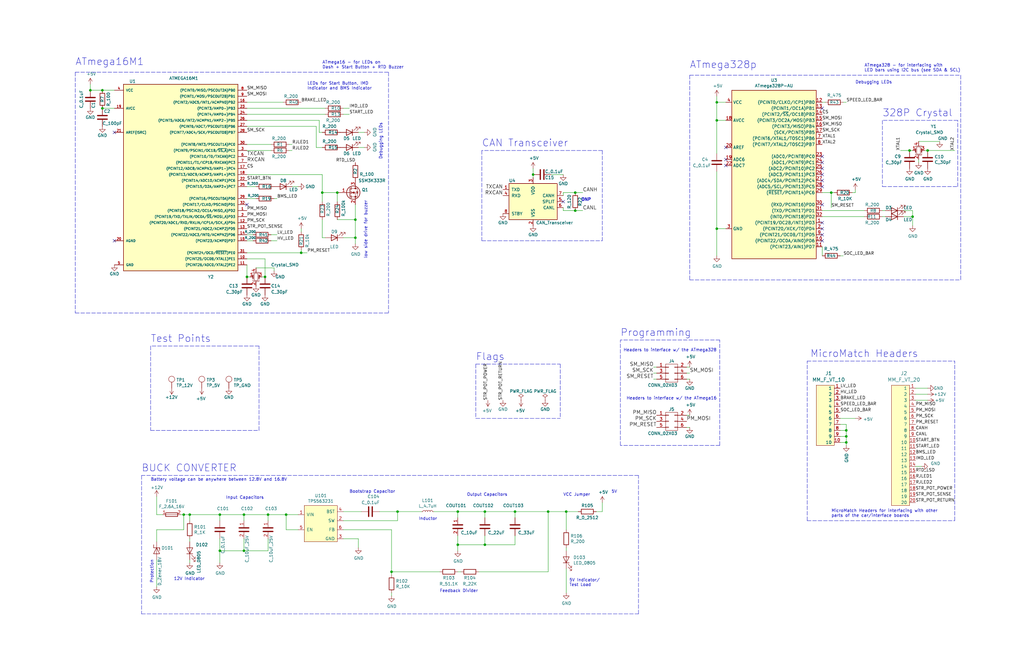
<source format=kicad_sch>
(kicad_sch (version 20211123) (generator eeschema)
  (paper "B")
  (title_block (title "Driver UX - MKV") (date "2019-10-31") (rev "1") (company "Olin Electric Motorsports") (comment 1 "Emily Wan"))
  (junction (at 238.76 215.9))
  (junction (at 102.87 217.17))
  (junction (at 356.87 184.15))
  (junction (at 142.24 81.28))
  (junction (at 92.71 232.41))
  (junction (at 80.01 217.17))
  (junction (at 356.87 181.61))
  (junction (at 120.65 217.17))
  (junction (at 231.14 215.9))
  (junction (at 302.26 43.18))
  (junction (at 149.86 92.71))
  (junction (at 113.03 217.17))
  (junction (at 43.18 38.1))
  (junction (at 242.57 88.9))
  (junction (at 165.1 241.3))
  (junction (at 193.04 229.87))
  (junction (at 77.47 217.17))
  (junction (at 217.17 215.9))
  (junction (at 204.47 229.87))
  (junction (at 302.26 96.52))
  (junction (at 43.18 45.72))
  (junction (at 38.1 38.1))
  (junction (at 242.57 81.28))
  (junction (at 135.89 81.28))
  (junction (at 384.81 91.44))
  (junction (at 383.54 63.5))
  (junction (at 302.26 50.8))
  (junction (at 167.64 215.9))
  (junction (at 391.16 63.5))
  (junction (at 92.71 217.17))
  (junction (at 111.76 116.84))
  (junction (at 149.86 100.33))
  (junction (at 356.87 186.69))
  (junction (at 102.87 232.41))
  (junction (at 193.04 215.9))
  (junction (at 204.47 215.9))
  (junction (at 127 106.68))
  (junction (at 350.52 81.28))
  (junction (at 224.79 73.66))
  (junction (at 104.14 116.84))
  (no_connect (at 346.71 73.66))
  (no_connect (at 346.71 76.2))
  (no_connect (at -21.59 44.45))
  (no_connect (at 346.71 71.12))
  (no_connect (at 306.07 69.85))
  (no_connect (at 346.71 96.52))
  (no_connect (at 306.07 62.23))
  (no_connect (at 346.71 45.72))
  (no_connect (at 346.71 78.74))
  (no_connect (at 346.71 101.6))
  (no_connect (at 346.71 66.04))
  (no_connect (at 135.89 -3.81))
  (no_connect (at 346.71 86.36))
  (no_connect (at 346.71 68.58))
  (no_connect (at 48.26 101.6))
  (no_connect (at 237.49 85.09))
  (no_connect (at 346.71 99.06))
  (no_connect (at 48.26 55.88))
  (no_connect (at 306.07 67.31))
  (no_connect (at 104.14 86.36))
  (no_connect (at 346.71 93.98))
  (polyline (pts (xy 200.66 153.67) (xy 236.22 153.67)))
  (polyline (pts (xy 163.83 30.48) (xy 163.83 132.08)))
  (wire (pts (xy 104.14 45.72) (xy 137.16 45.72)))
  (wire (pts (xy 66.04 217.17) (xy 68.58 217.17)))
  (polyline (pts (xy 109.22 146.05) (xy 63.5 146.05)))
  (wire (pts (xy 351.79 81.28) (xy 350.52 81.28)))
  (wire (pts (xy 142.24 92.71) (xy 149.86 92.71)))
  (wire (pts (xy 127 106.68) (xy 129.54 106.68)))
  (wire (pts (xy 204.47 215.9) (xy 217.17 215.9)))
  (wire (pts (xy 144.78 100.33) (xy 149.86 100.33)))
  (wire (pts (xy 289.56 180.34) (xy 290.83 180.34)))
  (wire (pts (xy 356.87 181.61) (xy 356.87 184.15)))
  (wire (pts (xy 92.71 217.17) (xy 102.87 217.17)))
  (wire (pts (xy 104.14 73.66) (xy 135.89 73.66)))
  (wire (pts (xy 276.86 160.02) (xy 275.59 160.02)))
  (wire (pts (xy 237.49 88.9) (xy 237.49 87.63)))
  (wire (pts (xy 302.26 50.8) (xy 302.26 64.77)))
  (wire (pts (xy 232.41 73.66) (xy 237.49 73.66)))
  (wire (pts (xy 381 91.44) (xy 384.81 91.44)))
  (wire (pts (xy 92.71 232.41) (xy 102.87 232.41)))
  (wire (pts (xy 107.95 113.03) (xy 115.57 113.03)))
  (wire (pts (xy 217.17 229.87) (xy 217.17 226.06)))
  (wire (pts (xy 356.87 186.69) (xy 354.33 186.69)))
  (wire (pts (xy 165.1 241.3) (xy 185.42 241.3)))
  (wire (pts (xy 360.68 81.28) (xy 360.68 80.01)))
  (wire (pts (xy 120.65 217.17) (xy 125.73 217.17)))
  (wire (pts (xy 102.87 217.17) (xy 113.03 217.17)))
  (polyline (pts (xy 269.24 200.66) (xy 59.69 200.66)))
  (wire (pts (xy 104.14 111.76) (xy 104.14 116.84)))
  (polyline (pts (xy 303.53 187.96) (xy 303.53 143.51)))
  (wire (pts (xy 391.16 63.5) (xy 402.59 63.5)))
  (wire (pts (xy 354.33 107.95) (xy 355.6 107.95)))
  (wire (pts (xy 142.24 85.09) (xy 142.24 81.28)))
  (wire (pts (xy 134.62 55.88) (xy 135.89 55.88)))
  (wire (pts (xy 120.65 223.52) (xy 120.65 217.17)))
  (polyline (pts (xy 405.13 31.75) (xy 405.13 118.11)))
  (wire (pts (xy 133.35 62.23) (xy 135.89 62.23)))
  (wire (pts (xy 276.86 157.48) (xy 275.59 157.48)))
  (wire (pts (xy 115.57 83.82) (xy 116.84 83.82)))
  (wire (pts (xy 182.88 215.9) (xy 193.04 215.9)))
  (wire (pts (xy 354.33 176.53) (xy 360.68 176.53)))
  (wire (pts (xy 254 215.9) (xy 254 212.09)))
  (polyline (pts (xy 203.2 63.5) (xy 203.2 101.6)))
  (wire (pts (xy 290.83 154.94) (xy 289.56 154.94)))
  (wire (pts (xy 135.89 81.28) (xy 142.24 81.28)))
  (wire (pts (xy 66.04 209.55) (xy 66.04 217.17)))
  (wire (pts (xy 356.87 179.07) (xy 356.87 181.61)))
  (polyline (pts (xy 402.59 219.71) (xy 402.59 152.4)))
  (polyline (pts (xy 63.5 146.05) (xy 63.5 181.61)))
  (polyline (pts (xy 372.11 50.8) (xy 372.11 78.74)))
  (wire (pts (xy 104.14 109.22) (xy 111.76 109.22)))
  (wire (pts (xy 356.87 184.15) (xy 356.87 186.69)))
  (wire (pts (xy 149.86 100.33) (xy 149.86 102.87)))
  (polyline (pts (xy 200.66 153.67) (xy 200.66 176.53)))
  (wire (pts (xy 134.62 50.8) (xy 134.62 55.88)))
  (wire (pts (xy 102.87 232.41) (xy 113.03 232.41)))
  (wire (pts (xy 149.86 100.33) (xy 149.86 92.71)))
  (wire (pts (xy 306.07 96.52) (xy 302.26 96.52)))
  (polyline (pts (xy 261.62 187.96) (xy 261.62 143.51)))
  (polyline (pts (xy 254 63.5) (xy 254 101.6)))
  (wire (pts (xy 354.33 181.61) (xy 356.87 181.61)))
  (wire (pts (xy 386.08 196.85) (xy 388.62 196.85)))
  (wire (pts (xy 389.89 63.5) (xy 391.16 63.5)))
  (wire (pts (xy 193.04 226.06) (xy 193.04 229.87)))
  (wire (pts (xy 165.1 250.19) (xy 165.1 251.46)))
  (wire (pts (xy 66.04 228.6) (xy 66.04 223.52)))
  (polyline (pts (xy 403.86 78.74) (xy 403.86 50.8)))
  (wire (pts (xy 237.49 88.9) (xy 242.57 88.9)))
  (wire (pts (xy 151.13 62.23) (xy 153.67 62.23)))
  (wire (pts (xy 242.57 88.9) (xy 245.745 88.9)))
  (polyline (pts (xy 290.83 31.75) (xy 405.13 31.75)))
  (wire (pts (xy 110.49 116.84) (xy 111.76 116.84)))
  (wire (pts (xy 113.03 219.71) (xy 113.03 217.17)))
  (wire (pts (xy 224.79 73.66) (xy 224.79 74.93)))
  (wire (pts (xy 43.18 38.1) (xy 48.26 38.1)))
  (wire (pts (xy 114.3 99.06) (xy 116.84 99.06)))
  (wire (pts (xy 238.76 231.14) (xy 238.76 232.41)))
  (polyline (pts (xy 403.86 50.8) (xy 372.11 50.8)))
  (polyline (pts (xy 372.11 78.74) (xy 403.86 78.74)))
  (wire (pts (xy 77.47 223.52) (xy 77.47 217.17)))
  (wire (pts (xy 384.81 91.44) (xy 384.81 95.25)))
  (wire (pts (xy 387.35 67.31) (xy 387.35 68.58)))
  (wire (pts (xy 104.14 53.34) (xy 133.35 53.34)))
  (polyline (pts (xy 340.36 152.4) (xy 402.59 152.4)))
  (wire (pts (xy 144.78 48.26) (xy 147.32 48.26)))
  (wire (pts (xy 104.14 78.74) (xy 107.95 78.74)))
  (wire (pts (xy 104.14 106.68) (xy 127 106.68)))
  (wire (pts (xy 107.95 83.82) (xy 104.14 83.82)))
  (wire (pts (xy 151.13 55.88) (xy 153.67 55.88)))
  (polyline (pts (xy 236.22 153.67) (xy 236.22 176.53)))
  (wire (pts (xy 135.89 85.09) (xy 135.89 81.28)))
  (wire (pts (xy 290.83 175.26) (xy 289.56 175.26)))
  (wire (pts (xy 242.57 81.28) (xy 245.745 81.28)))
  (polyline (pts (xy 340.36 219.71) (xy 340.36 152.4)))
  (polyline (pts (xy 203.2 101.6) (xy 254 101.6)))
  (wire (pts (xy 104.14 50.8) (xy 134.62 50.8)))
  (polyline (pts (xy 31.75 132.08) (xy 163.83 132.08)))
  (wire (pts (xy 387.35 59.69) (xy 396.24 59.69)))
  (wire (pts (xy 77.47 217.17) (xy 80.01 217.17)))
  (wire (pts (xy 237.49 81.28) (xy 242.57 81.28)))
  (polyline (pts (xy 303.53 187.96) (xy 261.62 187.96)))
  (wire (pts (xy 386.08 166.37) (xy 391.16 166.37)))
  (wire (pts (xy 391.16 163.83) (xy 386.08 163.83)))
  (wire (pts (xy 127 105.41) (xy 127 106.68)))
  (wire (pts (xy 144.78 223.52) (xy 165.1 223.52)))
  (polyline (pts (xy 254 63.5) (xy 203.2 63.5)))
  (wire (pts (xy 238.76 215.9) (xy 243.84 215.9)))
  (wire (pts (xy 113.03 217.17) (xy 120.65 217.17)))
  (wire (pts (xy 102.87 227.33) (xy 102.87 232.41)))
  (polyline (pts (xy 63.5 181.61) (xy 109.22 181.61)))
  (wire (pts (xy 66.04 223.52) (xy 77.47 223.52)))
  (wire (pts (xy 204.47 218.44) (xy 204.47 215.9)))
  (wire (pts (xy 231.14 215.9) (xy 231.14 241.3)))
  (wire (pts (xy 92.71 232.41) (xy 92.71 237.49)))
  (wire (pts (xy 193.04 215.9) (xy 204.47 215.9)))
  (wire (pts (xy 354.33 184.15) (xy 356.87 184.15)))
  (wire (pts (xy 373.38 88.9) (xy 372.11 88.9)))
  (wire (pts (xy 302.26 43.18) (xy 306.07 43.18)))
  (wire (pts (xy 204.47 229.87) (xy 204.47 226.06)))
  (wire (pts (xy 115.57 113.03) (xy 115.57 114.3)))
  (wire (pts (xy 231.14 215.9) (xy 238.76 215.9)))
  (wire (pts (xy 121.92 63.5) (xy 123.19 63.5)))
  (wire (pts (xy 201.93 241.3) (xy 231.14 241.3)))
  (wire (pts (xy 359.41 81.28) (xy 360.68 81.28)))
  (wire (pts (xy 384.81 88.9) (xy 381 88.9)))
  (wire (pts (xy 135.89 100.33) (xy 137.16 100.33)))
  (wire (pts (xy 144.78 45.72) (xy 147.32 45.72)))
  (wire (pts (xy 76.2 217.17) (xy 77.47 217.17)))
  (wire (pts (xy 302.26 72.39) (xy 302.26 96.52)))
  (wire (pts (xy 104.14 43.18) (xy 119.38 43.18)))
  (wire (pts (xy 346.71 88.9) (xy 364.49 88.9)))
  (wire (pts (xy 104.14 63.5) (xy 114.3 63.5)))
  (wire (pts (xy 193.04 229.87) (xy 193.04 232.41)))
  (wire (pts (xy 193.04 229.87) (xy 204.47 229.87)))
  (wire (pts (xy 302.26 43.18) (xy 302.26 50.8)))
  (wire (pts (xy 48.26 45.72) (xy 43.18 45.72)))
  (wire (pts (xy 104.14 60.96) (xy 114.3 60.96)))
  (wire (pts (xy 350.52 81.28) (xy 350.52 87.63)))
  (wire (pts (xy 346.71 43.18) (xy 347.98 43.18)))
  (wire (pts (xy 111.76 109.22) (xy 111.76 116.84)))
  (wire (pts (xy 379.73 63.5) (xy 383.54 63.5)))
  (polyline (pts (xy 340.36 219.71) (xy 402.59 219.71)))
  (wire (pts (xy 346.71 81.28) (xy 350.52 81.28)))
  (wire (pts (xy 121.92 60.96) (xy 123.19 60.96)))
  (polyline (pts (xy 59.69 200.66) (xy 59.69 259.08)))
  (wire (pts (xy 217.17 215.9) (xy 231.14 215.9)))
  (polyline (pts (xy 290.83 118.11) (xy 405.13 118.11)))
  (wire (pts (xy 383.54 63.5) (xy 384.81 63.5)))
  (polyline (pts (xy 109.22 181.61) (xy 109.22 146.05)))
  (wire (pts (xy 346.71 91.44) (xy 364.49 91.44)))
  (wire (pts (xy 92.71 217.17) (xy 92.71 219.71)))
  (wire (pts (xy 391.16 168.91) (xy 386.08 168.91)))
  (wire (pts (xy 356.87 187.96) (xy 356.87 186.69)))
  (wire (pts (xy 144.78 227.33) (xy 151.13 227.33)))
  (wire (pts (xy 276.86 154.94) (xy 275.59 154.94)))
  (wire (pts (xy 306.07 50.8) (xy 302.26 50.8)))
  (wire (pts (xy 38.1 38.1) (xy 43.18 38.1)))
  (wire (pts (xy 80.01 236.22) (xy 80.01 237.49)))
  (polyline (pts (xy 200.66 176.53) (xy 236.22 176.53)))
  (wire (pts (xy 165.1 241.3) (xy 165.1 242.57)))
  (polyline (pts (xy 31.75 30.48) (xy 163.83 30.48)))
  (wire (pts (xy 135.89 73.66) (xy 135.89 81.28)))
  (wire (pts (xy 346.71 104.14) (xy 346.71 107.95)))
  (wire (pts (xy 127 97.79) (xy 127 96.52)))
  (polyline (pts (xy 31.75 30.48) (xy 31.75 132.08)))
  (wire (pts (xy 160.02 215.9) (xy 167.64 215.9)))
  (wire (pts (xy 355.6 43.18) (xy 356.87 43.18)))
  (wire (pts (xy 152.4 215.9) (xy 144.78 215.9)))
  (wire (pts (xy 289.56 160.02) (xy 290.83 160.02)))
  (wire (pts (xy 384.81 88.9) (xy 384.81 91.44)))
  (wire (pts (xy 104.14 48.26) (xy 137.16 48.26)))
  (wire (pts (xy 113.03 227.33) (xy 113.03 232.41)))
  (wire (pts (xy 302.26 40.64) (xy 302.26 43.18)))
  (wire (pts (xy 238.76 240.03) (xy 238.76 250.19)))
  (wire (pts (xy 133.35 53.34) (xy 133.35 62.23)))
  (wire (pts (xy 123.19 78.74) (xy 125.73 78.74)))
  (wire (pts (xy 302.26 96.52) (xy 302.26 107.95)))
  (wire (pts (xy 80.01 217.17) (xy 80.01 219.71)))
  (wire (pts (xy 193.04 218.44) (xy 193.04 215.9)))
  (wire (pts (xy 290.83 157.48) (xy 289.56 157.48)))
  (wire (pts (xy 193.04 241.3) (xy 194.31 241.3)))
  (wire (pts (xy 373.38 91.44) (xy 372.11 91.44)))
  (polyline (pts (xy 59.69 259.08) (xy 269.24 259.08)))
  (wire (pts (xy 92.71 217.17) (xy 80.01 217.17)))
  (wire (pts (xy 104.14 99.06) (xy 106.68 99.06)))
  (wire (pts (xy 167.64 215.9) (xy 167.64 219.71)))
  (wire (pts (xy 80.01 227.33) (xy 80.01 228.6)))
  (wire (pts (xy 149.86 92.71) (xy 149.86 86.36)))
  (polyline (pts (xy 303.53 143.51) (xy 261.62 143.51)))
  (polyline (pts (xy 290.83 31.75) (xy 290.83 118.11)))
  (wire (pts (xy 204.47 229.87) (xy 217.17 229.87)))
  (wire (pts (xy 38.1 35.56) (xy 38.1 38.1)))
  (wire (pts (xy 104.14 116.84) (xy 105.41 116.84)))
  (wire (pts (xy 238.76 215.9) (xy 238.76 223.52)))
  (wire (pts (xy 354.33 179.07) (xy 356.87 179.07)))
  (polyline (pts (xy 269.24 259.08) (xy 269.24 200.66)))
  (wire (pts (xy 165.1 223.52) (xy 165.1 241.3)))
  (wire (pts (xy 92.71 227.33) (xy 92.71 232.41)))
  (wire (pts (xy 151.13 227.33) (xy 151.13 231.14)))
  (wire (pts (xy 251.46 215.9) (xy 254 215.9)))
  (wire (pts (xy 125.73 223.52) (xy 120.65 223.52)))
  (wire (pts (xy 104.14 101.6) (xy 106.68 101.6)))
  (wire (pts (xy 217.17 218.44) (xy 217.17 215.9)))
  (wire (pts (xy 224.79 71.12) (xy 224.79 73.66)))
  (wire (pts (xy 114.3 101.6) (xy 116.84 101.6)))
  (wire (pts (xy 135.89 92.71) (xy 135.89 100.33)))
  (wire (pts (xy 237.49 81.28) (xy 237.49 82.55)))
  (wire (pts (xy 102.87 217.17) (xy 102.87 219.71)))
  (wire (pts (xy 144.78 219.71) (xy 167.64 219.71)))
  (wire (pts (xy 66.04 236.22) (xy 66.04 247.65)))
  (wire (pts (xy 167.64 215.9) (xy 177.8 215.9)))
  (text "5V\n" (at 257.81 208.28 0) (effects (font (size 1.2446 1.2446)) (justify left bottom)))
  (text "12V Indicator\n" (at 86.36 245.11 180) (effects (font (size 1.27 1.27)) (justify right bottom)))
  (text "low side drive for buzzer" (at 154.94 109.22 90) (effects (font (size 1.27 1.27)) (justify left bottom)))
  (text "Inductor\n" (at 176.53 219.71 0) (effects (font (size 1.2446 1.2446)) (justify left bottom)))
  (text "ATmega16 - for LEDs on \nDash + Start Button + RTD Buzzer" (at 135.89 29.21 0) (effects (font (size 1.27 1.27)) (justify left bottom)))
  (text "Headers to interface w/ the ATmega16" (at 264.16 168.91 0) (effects (font (size 1.27 1.27)) (justify left bottom)))
  (text "Debugging LEDs\n" (at 360.68 35.56 0) (effects (font (size 1.27 1.27)) (justify left bottom)))
  (text "LEDs for Start Button, IMD \nIndicator and BMS Indicator" (at 129.54 38.1 0) (effects (font (size 1.27 1.27)) (justify left bottom)))
  (text "VCC Jumper\n" (at 237.49 209.55 0) (effects (font (size 1.2446 1.2446)) (justify left bottom)))
  (text "ATmega328p" (at 290.83 29.21 0) (effects (font (size 2.9972 2.9972)) (justify left bottom)))
  (text "Protection\n" (at 64.77 236.22 270) (effects (font (size 1.27 1.27)) (justify right bottom)))
  (text "Programming" (at 261.62 142.24 0) (effects (font (size 2.9972 2.9972)) (justify left bottom)))
  (text "Input Capacitors\n" (at 95.25 210.82 0) (effects (font (size 1.27 1.27)) (justify left bottom)))
  (text "Feedback Divider\n" (at 185.42 250.19 0) (effects (font (size 1.2446 1.2446)) (justify left bottom)))
  (text "328P Crystal" (at 372.11 49.53 0) (effects (font (size 2.9972 2.9972)) (justify left bottom)))
  (text "CAN Transceiver" (at 203.2 62.23 0) (effects (font (size 2.9972 2.9972)) (justify left bottom)))
  (text "Battery voltage can be anywhere between 12.8V and 16.8V" (at 63.5 203.2 0) (effects (font (size 1.27 1.27)) (justify left bottom)))
  (text "DNP" (at 245.11 85.09 0) (effects (font (size 1.27 1.27) (thickness 0.254) bold) (justify left bottom)))
  (text "MicroMatch Headers\n" (at 341.63 151.13 0) (effects (font (size 2.9972 2.9972)) (justify left bottom)))
  (text "ATmega328 - for interfacing with \nLED bars using I2C bus (see SDA & SCL)\n" (at 364.49 30.48 0) (effects (font (size 1.27 1.27)) (justify left bottom)))
  (text "BUCK CONVERTER" (at 59.69 199.39 0) (effects (font (size 2.9972 2.9972)) (justify left bottom)))
  (text "Output Capacitors\n" (at 196.85 209.55 0) (effects (font (size 1.2446 1.2446)) (justify left bottom)))
  (text "Headers to interface w/ the ATmega328" (at 262.89 148.59 0) (effects (font (size 1.27 1.27)) (justify left bottom)))
  (text "Bootstrap Capacitor\n" (at 147.32 208.28 0) (effects (font (size 1.27 1.27)) (justify left bottom)))
  (text "Debugging LEDs\n" (at 161.29 67.31 90) (effects (font (size 1.27 1.27)) (justify left bottom)))
  (text "MicroMatch Headers for interfacing with other \nparts of the car/interface boards\n" (at 350.52 218.44 0) (effects (font (size 1.27 1.27)) (justify left bottom)))
  (text "ATmega16M1" (at 31.75 27.94 0) (effects (font (size 2.9972 2.9972)) (justify left bottom)))
  (text "Test Points\n" (at 63.5 144.78 0) (effects (font (size 2.9972 2.9972)) (justify left bottom)))
  (text "5V Indicator/\nTest Load" (at 240.03 247.65 0) (effects (font (size 1.2446 1.2446)) (justify left bottom)))
  (text "Flags\n" (at 200.66 152.4 0) (effects (font (size 2.9972 2.9972)) (justify left bottom)))
  (label "HV_LED" (at 116.84 101.6 0))
  (label "STR_POT_SENSE" (at 386.08 209.55 0))
  (label "PM_SCK" (at 276.86 177.8 180) (effects (font (size 1.524 1.524))))
  (label "SM_RESET" (at 275.59 160.02 180) (effects (font (size 1.524 1.524))))
  (label "STR_POT_POWER" (at 386.08 207.01 0))
  (label "BMS_LED" (at 386.08 191.77 0))
  (label "XTAL2" (at 402.59 63.5 90))
  (label "SM_SCK" (at 104.14 55.88 0))
  (label "PM_MISO" (at 276.86 175.26 180) (effects (font (size 1.524 1.524))))
  (label "SM_MISO" (at 104.14 38.1 0))
  (label "RJLED2" (at 386.08 204.47 0))
  (label "SOC_LED_BAR" (at 354.33 173.99 0))
  (label "SOC_LED_BAR" (at 355.6 107.95 0))
  (label "STR_POT_POWER" (at 205.74 168.91 90))
  (label "SM_MISO" (at 275.59 154.94 180) (effects (font (size 1.524 1.524))))
  (label "IMD_LED" (at 386.08 194.31 0))
  (label "BRAKE_LED" (at 354.33 168.91 0))
  (label "SM_MOSI" (at 290.83 157.48 0) (effects (font (size 1.524 1.524))))
  (label "SM_RESET" (at 350.52 87.63 0))
  (label "CANL" (at 245.745 88.9 0) (effects (font (size 1.524 1.524))))
  (label "XTAL2" (at 346.71 60.96 0))
  (label "PM_RESET" (at 276.86 180.34 180) (effects (font (size 1.524 1.524))))
  (label "CANL" (at 386.08 184.15 0))
  (label "RJLED1" (at 123.19 60.96 0))
  (label "CS" (at 346.71 48.26 0))
  (label "LV_LED" (at 116.84 99.06 0))
  (label "TXCAN" (at 104.14 66.04 0) (effects (font (size 1.524 1.524))))
  (label "CS" (at 104.14 71.12 0))
  (label "START_BTN" (at 386.08 186.69 0))
  (label "PM_SCK" (at 386.08 176.53 0))
  (label "START_LED" (at 386.08 189.23 0))
  (label "XTAL1" (at 346.71 58.42 0))
  (label "PM_SCK" (at 104.14 93.98 0))
  (label "SM_MISO" (at 346.71 53.34 0))
  (label "STR_POT_SENSE" (at 104.14 96.52 0))
  (label "RJLED1" (at 386.08 201.93 0))
  (label "SM_SCK" (at 346.71 55.88 0))
  (label "SM_MOSI" (at 104.14 40.64 0))
  (label "PM_MISO" (at 104.14 88.9 0))
  (label "PM_MISO" (at 386.08 171.45 0))
  (label "PM_RESET" (at 386.08 179.07 0))
  (label "TXCAN" (at 212.09 80.01 180) (effects (font (size 1.524 1.524))))
  (label "PM_MOSI" (at 104.14 91.44 0))
  (label "BRAKE_LED" (at 127 43.18 0))
  (label "BMS_LED" (at 116.84 83.82 0))
  (label "RXCAN" (at 104.14 68.58 0) (effects (font (size 1.524 1.524))))
  (label "CANH" (at 386.08 181.61 0))
  (label "RJLED2" (at 123.19 63.5 0))
  (label "START_BTN" (at 104.14 76.2 0))
  (label "RTD_LSD" (at 386.08 199.39 0))
  (label "START_LED" (at 147.32 48.26 0))
  (label "SM_MOSI" (at 346.71 50.8 0))
  (label "XTAL1" (at 379.73 63.5 90))
  (label "RTD_LSD" (at 149.86 68.58 180))
  (label "RXCAN" (at 212.09 82.55 180) (effects (font (size 1.524 1.524))))
  (label "IMD_LED" (at 147.32 45.72 0))
  (label "SM_SCK" (at 275.59 157.48 180) (effects (font (size 1.524 1.524))))
  (label "SPEED_LED_BAR" (at 354.33 171.45 0))
  (label "SCK" (at 595.63 134.62 180))
  (label "SPEED_LED_BAR" (at 356.87 43.18 0))
  (label "STR_POT_RETURN" (at 386.08 212.09 0))
  (label "STR_POT_RETURN" (at 212.09 168.91 90))
  (label "HV_LED" (at 354.33 166.37 0))
  (label "LV_LED" (at 354.33 163.83 0))
  (label "PM_RESET" (at 129.54 106.68 0))
  (label "PM_MOSI" (at 289.56 177.8 0) (effects (font (size 1.524 1.524))))
  (label "CANH" (at 245.745 81.28 0) (effects (font (size 1.524 1.524))))
  (label "PM_MOSI" (at 386.08 173.99 0))
  (symbol (lib_id "formula:R_100") (at 43.18 41.91 0) (unit 1)
    (property "Reference" "R7" (at 43.18 41.91 90))
    (property "Value" "R_100" (at 45.72 41.91 90))
    (property "Footprint" "footprints:R_0805_OEM" (effects hide))
    (property "Datasheet" "https://www.seielect.com/Catalog/SEI-rncp.pdf" (effects hide))
    (property "MFN" "DK" (effects hide))
    (property "MPN" "RNCP0805FTD100RCT-ND" (effects hide))
    (property "Package" "Value" (effects hide))
    (property "PurchasingLink" "https://www.digikey.com/products/en?keywords=RNCP0805FTD100RCT-ND" (effects hide))
  )
  (symbol (lib_id "formula:C_0.1uF") (at 228.6 73.66 90) (unit 1)
    (property "Reference" "C15" (at 233.68 74.93 90) (effects (justify left)))
    (property "Value" "C_0.1uF" (at 237.49 72.39 90) (effects (justify left)))
    (property "Footprint" "footprints:C_0805_OEM" (effects hide))
    (property "Datasheet" "http://datasheets.avx.com/X7RDielectric.pdf" (effects hide))
    (property "MPN" "478-3352-1-ND" (effects hide))
    (property "MFN" "DK" (effects hide))
    (property "Package" "Value" (effects hide))
    (property "PurchasingLink" "https://www.digikey.com/products/en?keywords=478-3352-1-ND" (effects hide))
  )
  (symbol (lib_id "formula:C_0.1uF") (at 38.1 41.91 0) (unit 1)
    (property "Reference" "C1" (at 39.37 45.72 90) (effects (justify left)))
    (property "Value" "C_0.1uF" (at 34.29 45.72 90) (effects (justify left)))
    (property "Footprint" "footprints:C_0805_OEM" (effects hide))
    (property "Datasheet" "http://datasheets.avx.com/X7RDielectric.pdf" (effects hide))
    (property "MPN" "478-3352-1-ND" (effects hide))
    (property "MFN" "DK" (effects hide))
    (property "Package" "Value" (effects hide))
    (property "PurchasingLink" "https://www.digikey.com/products/en?keywords=478-3352-1-ND" (effects hide))
  )
  (symbol (lib_id "formula:C_100pF") (at 43.18 49.53 0) (unit 1)
    (property "Reference" "C2" (at 43.815 46.99 0) (effects (justify left)))
    (property "Value" "C_100pF" (at 43.18 52.07 0) (effects (justify left)))
    (property "Footprint" "footprints:C_0805_OEM" (effects hide))
    (property "Datasheet" "https://katalog.we-online.de/pbs/datasheet/885012007057.pdf" (effects hide))
    (property "MPN" "732-7852-1-ND" (effects hide))
    (property "MFN" "DK" (effects hide))
    (property "Package" "Value" (effects hide))
    (property "PurchasingLink" "https://www.digikey.com/product-detail/en/wurth-electronics-inc/885012007057/732-7852-1-ND/5454479" (effects hide))
  )
  (symbol (lib_id "formula:C_30pF") (at 111.76 120.65 0) (unit 1)
    (property "Reference" "C14" (at 114.3 120.65 0) (effects (justify left)))
    (property "Value" "C_30pF" (at 114.3 123.19 0) (effects (justify left)))
    (property "Footprint" "footprints:C_0805_OEM" (effects hide))
    (property "Datasheet" "https://media.digikey.com/pdf/Data%20Sheets/Samsung%20PDFs/CL_Series_MLCC_ds.pdf" (effects hide))
    (property "MPN" "1276-1130-1-ND" (effects hide))
    (property "MFN" "DK" (effects hide))
    (property "Package" "Value" (effects hide))
    (property "PurchasingLink" "https://www.digikey.com/product-detail/en/samsung-electro-mechanics-america-inc/CL21C300JBANNNC/1276-1130-1-ND/3889216" (effects hide))
  )
  (symbol (lib_id "formula:C_30pF") (at 104.14 120.65 0) (unit 1)
    (property "Reference" "C13" (at 96.52 120.65 0) (effects (justify left)))
    (property "Value" "C_30pF" (at 95.25 123.19 0) (effects (justify left)))
    (property "Footprint" "footprints:C_0805_OEM" (effects hide))
    (property "Datasheet" "https://media.digikey.com/pdf/Data%20Sheets/Samsung%20PDFs/CL_Series_MLCC_ds.pdf" (effects hide))
    (property "MPN" "1276-1130-1-ND" (effects hide))
    (property "MFN" "DK" (effects hide))
    (property "Package" "Value" (effects hide))
    (property "PurchasingLink" "https://www.digikey.com/product-detail/en/samsung-electro-mechanics-america-inc/CL21C300JBANNNC/1276-1130-1-ND/3889216" (effects hide))
  )
  (symbol (lib_id "power:GND") (at 48.26 111.76 0) (unit 1)
    (property "Reference" "#PWR?" (effects hide))
    (property "Value" "GND" (at 48.26 115.57 0))
  )
  (symbol (lib_id "power:GND") (at 43.18 53.34 0) (unit 1)
    (property "Reference" "#PWR?" (effects hide))
    (property "Value" "GND" (at 43.18 57.15 0))
  )
  (symbol (lib_id "power:GND") (at 38.1 45.72 0) (unit 1)
    (property "Reference" "#PWR?" (effects hide))
    (property "Value" "GND" (at 38.1 49.53 0))
  )
  (symbol (lib_id "power:GND") (at 212.09 90.17 0) (unit 1)
    (property "Reference" "#PWR?" (effects hide))
    (property "Value" "GND" (at 212.09 93.98 0))
  )
  (symbol (lib_id "power:GND") (at 224.79 95.25 0) (unit 1)
    (property "Reference" "#PWR?" (effects hide))
    (property "Value" "GND" (at 224.79 99.06 0))
  )
  (symbol (lib_id "power:GND") (at 237.49 73.66 0) (unit 1)
    (property "Reference" "#PWR?" (effects hide))
    (property "Value" "GND" (at 237.49 77.47 0))
  )
  (symbol (lib_id "formula:R_10K") (at 127 101.6 0) (unit 1)
    (property "Reference" "R21" (at 127 101.6 90))
    (property "Value" "R_10k" (at 129.54 101.6 90))
    (property "Footprint" "footprints:R_0805_OEM" (effects hide))
    (property "Datasheet" "http://www.bourns.com/data/global/pdfs/CRS.pdf" (effects hide))
    (property "MPN" "CRS0805-FX-1002ELFCT-ND" (effects hide))
    (property "MFN" "DK" (effects hide))
    (property "Package" "Value" (effects hide))
    (property "PurchasingLink" "https://www.digikey.com/products/en?keywords=CRS0805-FX-1002ELFCT-ND" (effects hide))
  )
  (symbol (lib_id "power:GND") (at 107.95 120.65 0) (unit 1)
    (property "Reference" "#PWR?" (effects hide))
    (property "Value" "GND" (at 107.95 124.46 0))
  )
  (symbol (lib_id "power:PWR_FLAG") (at 219.71 168.91 0) (unit 1)
    (property "Reference" "#FLG?" (effects hide))
    (property "Value" "PWR_FLAG" (at 219.71 165.1 0))
  )
  (symbol (lib_id "power:PWR_FLAG") (at 229.87 168.91 0) (unit 1)
    (property "Reference" "#FLG?" (effects hide))
    (property "Value" "PWR_FLAG" (at 229.87 165.1 0))
  )
  (symbol (lib_id "power:GND") (at 229.87 168.91 0) (unit 1)
    (property "Reference" "#PWR?" (effects hide))
    (property "Value" "GND" (at 229.87 172.72 0))
  )
  (symbol (lib_id "power:GND") (at 104.14 124.46 0) (unit 1)
    (property "Reference" "#PWR?" (effects hide))
    (property "Value" "GND" (at 104.14 128.27 0))
  )
  (symbol (lib_id "power:GND") (at 111.76 124.46 0) (unit 1)
    (property "Reference" "#PWR?" (effects hide))
    (property "Value" "GND" (at 111.76 128.27 0))
  )
  (symbol (lib_id "power:GND") (at 115.57 114.3 0) (unit 1)
    (property "Reference" "#PWR?" (effects hide))
    (property "Value" "GND" (at 118.11 116.84 0))
  )
  (symbol (lib_id "power:GND") (at 290.83 180.34 0) (unit 1)
    (property "Reference" "#PWR?" (effects hide))
    (property "Value" "GND" (at 290.83 184.15 0))
  )
  (symbol (lib_id "formula:Crystal_SMD") (at 107.95 116.84 0) (unit 1)
    (property "Reference" "Y2" (at 87.63 116.84 0) (effects (justify left)))
    (property "Value" "Crystal_SMD" (at 114.3 111.76 0) (effects (justify left)))
    (property "Footprint" "footprints:Crystal_SMD_FA238" (effects hide))
    (property "Datasheet" "http://www.txccorp.com/download/products/quartz_crystals/2015TXC_7M_17.pdf" (effects hide))
    (property "MFN" "DK" (effects hide))
    (property "MPN" "887-1125-1-ND" (effects hide))
    (property "Package" "Value" (effects hide))
    (property "PurchasingLink" "https://www.digikey.com/product-detail/en/txc-corporation/7M-16.000MAAJ-T/887-1125-1-ND/2119014" (effects hide))
  )
  (symbol (lib_id "formula:CONN_02X03") (at 283.21 177.8 0) (unit 1)
    (property "Reference" "J5" (at 283.21 172.72 0))
    (property "Value" "CONN_02X03" (at 279.4 182.88 0))
    (property "Footprint" "footprints:Pin_Header_Straight_2x03" (effects hide))
    (property "Datasheet" "http://portal.fciconnect.com/Comergent//fci/drawing/67996.pdf" (effects hide))
    (property "MFN" "DK" (effects hide))
    (property "MPN" "609-3234-ND" (effects hide))
    (property "Package" "Value" (effects hide))
    (property "PurchasingLink" "https://www.digikey.com/product-detail/en/amphenol-fci/67997-206HLF/609-3234-ND/1878491" (effects hide))
  )
  (symbol (lib_id "formula:MCP2561-E_SN") (at 224.79 85.09 0) (unit 1)
    (property "Reference" "U4" (at 214.63 76.2 0) (effects (justify left)))
    (property "Value" "CAN_Transceiver" (at 226.06 93.98 0) (effects (justify left)))
    (property "Footprint" "footprints:SOIC-8_3.9x4.9mm_Pitch1.27mm_OEM" (effects hide))
    (property "Datasheet" "http://www.microchip.com/mymicrochip/filehandler.aspx?ddocname=en561044" (effects hide))
    (property "MFN" "DK" (effects hide))
    (property "MPN" "MCP2561-E/SN-ND" (effects hide))
    (property "Package" "Value" (effects hide))
    (property "PurchasingLink" "https://www.digikey.com/products/en?keywords=mcp2561-e%2Fsn" (effects hide))
  )
  (symbol (lib_id "formula:R_200") (at 242.57 85.09 0) (unit 1)
    (property "Reference" "R22" (at 244.602 85.09 90))
    (property "Value" "R_120" (at 240.03 85.09 90))
    (property "Footprint" "footprints:R_0805_OEM" (effects hide))
    (property "Datasheet" "https://www.seielect.com/Catalog/SEI-RMCF_RMCP.pdf" (effects hide))
    (property "MFN" "DK" (effects hide))
    (property "MPN" "RMCF0805JT200RCT-ND" (effects hide))
    (property "Package" "Value" (effects hide))
    (property "PurchasingLink" "https://www.digikey.com/products/en?keywords=RMCF0805JT200RCT-ND" (effects hide))
  )
  (symbol (lib_id "formula:C_30pF") (at 391.16 67.31 0) (unit 1)
    (property "Reference" "C10" (at 394.081 66.1416 0) (effects (justify left)))
    (property "Value" "C_30pF" (at 394.081 68.453 0) (effects (justify left)))
    (property "Footprint" "footprints:C_0805_OEM" (effects hide))
    (property "Datasheet" "https://media.digikey.com/pdf/Data%20Sheets/Samsung%20PDFs/CL_Series_MLCC_ds.pdf" (effects hide))
    (property "MFN" "DK" (effects hide))
    (property "MPN" "1276-1130-1-ND" (effects hide))
    (property "PurchasingLink" "https://www.digikey.com/product-detail/en/samsung-electro-mechanics-america-inc/CL21C300JBANNNC/1276-1130-1-ND/3889216" (effects hide))
  )
  (symbol (lib_id "formula:C_30pF") (at 383.54 67.31 0) (unit 1)
    (property "Reference" "C9" (at 377.19 66.04 0) (effects (justify left)))
    (property "Value" "C_30pF" (at 373.38 68.58 0) (effects (justify left)))
    (property "Footprint" "footprints:C_0805_OEM" (effects hide))
    (property "Datasheet" "https://media.digikey.com/pdf/Data%20Sheets/Samsung%20PDFs/CL_Series_MLCC_ds.pdf" (effects hide))
    (property "MFN" "DK" (effects hide))
    (property "MPN" "1276-1130-1-ND" (effects hide))
    (property "PurchasingLink" "https://www.digikey.com/product-detail/en/samsung-electro-mechanics-america-inc/CL21C300JBANNNC/1276-1130-1-ND/3889216" (effects hide))
  )
  (symbol (lib_id "power:GND") (at 302.26 107.95 0) (unit 1)
    (property "Reference" "#PWR?" (effects hide))
    (property "Value" "GND" (at 302.387 112.3442 0))
  )
  (symbol (lib_id "formula:C_0.1uF") (at 302.26 68.58 0) (unit 1)
    (property "Reference" "C4" (at 295.91 67.31 0) (effects (justify left)))
    (property "Value" "C_0.1uF" (at 292.1 69.85 0) (effects (justify left)))
    (property "Footprint" "footprints:C_0805_OEM" (effects hide))
    (property "Datasheet" "http://datasheets.avx.com/X7RDielectric.pdf" (effects hide))
    (property "MFN" "DK" (effects hide))
    (property "MPN" "478-3352-1-ND" (effects hide))
    (property "PurchasingLink" "https://www.digikey.com/products/en?keywords=478-3352-1-ND" (effects hide))
  )
  (symbol (lib_id "power:GND") (at 290.83 160.02 0) (unit 1)
    (property "Reference" "#PWR?" (effects hide))
    (property "Value" "GND" (at 290.83 163.83 0))
  )
  (symbol (lib_id "formula:CONN_02X03") (at 283.21 157.48 0) (unit 1)
    (property "Reference" "J4" (at 283.21 152.4 0))
    (property "Value" "CONN_02X03" (at 279.4 162.56 0))
    (property "Footprint" "footprints:Pin_Header_Straight_2x03" (effects hide))
    (property "Datasheet" "http://portal.fciconnect.com/Comergent//fci/drawing/67996.pdf" (effects hide))
    (property "MFN" "DK" (effects hide))
    (property "MPN" "609-3234-ND" (effects hide))
    (property "Package" "Value" (effects hide))
    (property "PurchasingLink" "https://www.digikey.com/product-detail/en/amphenol-fci/67997-206HLF/609-3234-ND/1878491" (effects hide))
  )
  (symbol (lib_id "formula:R_200") (at 140.97 45.72 270) (unit 1)
    (property "Reference" "R10" (at 143.51 45.72 90) (effects (justify right)))
    (property "Value" "R_200" (at 143.51 43.18 90) (effects (justify right)))
    (property "Footprint" "footprints:R_0805_OEM" (effects hide))
    (property "Datasheet" "https://www.seielect.com/Catalog/SEI-RMCF_RMCP.pdf" (effects hide))
    (property "MFN" "DK" (effects hide))
    (property "MPN" "RMCF0805JT200RCT-ND" (effects hide))
    (property "PurchasingLink" "https://www.digikey.com/products/en?keywords=RMCF0805JT200RCT-ND" (effects hide))
  )
  (symbol (lib_id "formula:R_200") (at 111.76 83.82 90) (unit 1)
    (property "Reference" "R19" (at 114.3 83.82 90) (effects (justify left)))
    (property "Value" "R_200" (at 109.22 82.55 90) (effects (font (size 0.9906 0.9906)) (justify left)))
    (property "Footprint" "footprints:R_0805_OEM" (effects hide))
    (property "Datasheet" "https://www.seielect.com/Catalog/SEI-RMCF_RMCP.pdf" (effects hide))
    (property "MFN" "DK" (effects hide))
    (property "MPN" "RMCF0805JT200RCT-ND" (effects hide))
    (property "PurchasingLink" "https://www.digikey.com/products/en?keywords=RMCF0805JT200RCT-ND" (effects hide))
  )
  (symbol (lib_id "formula:R_200") (at 139.7 62.23 90) (unit 1)
    (property "Reference" "R15" (at 138.43 62.23 90) (effects (justify right)))
    (property "Value" "R_200" (at 135.89 59.69 90) (effects (justify right)))
    (property "Footprint" "footprints:R_0805_OEM" (effects hide))
    (property "Datasheet" "https://www.seielect.com/Catalog/SEI-RMCF_RMCP.pdf" (effects hide))
    (property "MFN" "DK" (effects hide))
    (property "MPN" "RMCF0805JT200RCT-ND" (effects hide))
    (property "PurchasingLink" "https://www.digikey.com/products/en?keywords=RMCF0805JT200RCT-ND" (effects hide))
  )
  (symbol (lib_id "formula:R_200") (at 111.76 78.74 90) (unit 1)
    (property "Reference" "R16" (at 110.49 78.74 90) (effects (justify right)))
    (property "Value" "R_200" (at 104.14 77.47 90) (effects (font (size 0.9906 0.9906)) (justify right)))
    (property "Footprint" "footprints:R_0805_OEM" (effects hide))
    (property "Datasheet" "https://www.seielect.com/Catalog/SEI-RMCF_RMCP.pdf" (effects hide))
    (property "MFN" "DK" (effects hide))
    (property "MPN" "RMCF0805JT200RCT-ND" (effects hide))
    (property "PurchasingLink" "https://www.digikey.com/products/en?keywords=RMCF0805JT200RCT-ND" (effects hide))
  )
  (symbol (lib_id "Device:LED") (at 119.38 78.74 180) (unit 1)
    (property "Reference" "D8" (at 118.11 76.2 0) (effects (justify right)))
    (property "Value" "LED" (at 121.92 80.01 0) (effects (justify right)))
    (property "Footprint" "footprints:LED_0805_OEM" (effects hide))
  )
  (symbol (lib_id "Device:LED") (at 147.32 62.23 180) (unit 1)
    (property "Reference" "D6" (at 144.78 64.77 0) (effects (justify right)))
    (property "Value" "LED" (at 148.59 64.77 0) (effects (justify right)))
    (property "Footprint" "footprints:LED_0805_OEM" (effects hide))
  )
  (symbol (lib_id "formula:MM_F_VT_20") (at 382.27 191.77 0) (unit 1)
    (property "Reference" "J2" (at 381.1524 157.5562 0) (effects (font (size 1.524 1.524))))
    (property "Value" "MM_F_VT_20" (at 381.1524 160.2486 0) (effects (font (size 1.524 1.524))))
    (property "Footprint" "footprints:micromatch_female_vert_20" (effects hide))
    (property "Datasheet" "http://www.te.com/commerce/DocumentDelivery/DDEController?Action=showdoc&DocId=Customer+Drawing%7F338068%7FF1%7Fpdf%7FEnglish%7FENG_CD_338068_F1.pdf%7F2-338068-0" (effects hide))
    (property "MFN" "TE" (effects hide))
    (property "MPN" "2-338068-0" (effects hide))
    (property "PurchasingLink" "http://www.te.com/global-en/product-2-338068-0.html" (effects hide))
  )
  (symbol (lib_id "power:GND") (at 125.73 78.74 90) (unit 1)
    (property "Reference" "#PWR?" (effects hide))
    (property "Value" "GND" (at 130.81 78.74 90))
  )
  (symbol (lib_id "power:GND") (at 153.67 62.23 90) (unit 1)
    (property "Reference" "#PWR?" (effects hide))
    (property "Value" "GND" (at 158.0642 62.103 0))
  )
  (symbol (lib_id "power:GND") (at 391.16 163.83 90) (unit 1)
    (property "Reference" "#PWR?" (effects hide))
    (property "Value" "GND" (at 393.7 163.83 90) (effects (justify right)))
  )
  (symbol (lib_id "formula:R_200") (at 140.97 48.26 270) (unit 1)
    (property "Reference" "R13" (at 143.51 48.26 90) (effects (justify right)))
    (property "Value" "R_200" (at 143.51 50.8 90) (effects (justify right)))
    (property "Footprint" "footprints:R_0805_OEM" (effects hide))
    (property "Datasheet" "https://www.seielect.com/Catalog/SEI-RMCF_RMCP.pdf" (effects hide))
    (property "MFN" "DK" (effects hide))
    (property "MPN" "RMCF0805JT200RCT-ND" (effects hide))
    (property "PurchasingLink" "https://www.digikey.com/products/en?keywords=RMCF0805JT200RCT-ND" (effects hide))
  )
  (symbol (lib_id "power:GND") (at 387.35 68.58 0) (unit 1)
    (property "Reference" "#PWR?" (effects hide))
    (property "Value" "GND" (at 387.477 72.9742 0))
  )
  (symbol (lib_id "power:GND") (at 383.54 71.12 0) (unit 1)
    (property "Reference" "#PWR?" (effects hide))
    (property "Value" "GND" (at 383.667 75.5142 0))
  )
  (symbol (lib_id "power:GND") (at 391.16 71.12 0) (unit 1)
    (property "Reference" "#PWR?" (effects hide))
    (property "Value" "GND" (at 391.287 75.5142 0))
  )
  (symbol (lib_id "power:GND") (at 396.24 59.69 0) (unit 1)
    (property "Reference" "#PWR?" (effects hide))
    (property "Value" "GND" (at 397.51 58.42 0))
  )
  (symbol (lib_id "formula:R_200") (at 139.7 55.88 90) (unit 1)
    (property "Reference" "R14" (at 138.43 55.88 90) (effects (justify right)))
    (property "Value" "R_200" (at 135.89 53.34 90) (effects (justify right)))
    (property "Footprint" "footprints:R_0805_OEM" (effects hide))
    (property "Datasheet" "https://www.seielect.com/Catalog/SEI-RMCF_RMCP.pdf" (effects hide))
    (property "MFN" "DK" (effects hide))
    (property "MPN" "RMCF0805JT200RCT-ND" (effects hide))
    (property "PurchasingLink" "https://www.digikey.com/products/en?keywords=RMCF0805JT200RCT-ND" (effects hide))
  )
  (symbol (lib_id "Device:LED") (at 147.32 55.88 180) (unit 1)
    (property "Reference" "D5" (at 144.78 58.42 0) (effects (justify right)))
    (property "Value" "LED" (at 148.59 58.42 0) (effects (justify right)))
    (property "Footprint" "footprints:LED_0805_OEM" (effects hide))
  )
  (symbol (lib_id "power:GND") (at 153.67 55.88 90) (unit 1)
    (property "Reference" "#PWR?" (effects hide))
    (property "Value" "GND" (at 158.0642 55.753 0))
  )
  (symbol (lib_id "formula:Crystal_SMD") (at 387.35 63.5 0) (unit 1)
    (property "Reference" "Y1" (at 392.43 53.34 0) (effects (justify left)))
    (property "Value" "Crystal_SMD" (at 386.08 55.88 0) (effects (justify left)))
    (property "Footprint" "footprints:Crystal_SMD_FA238" (effects hide))
    (property "Datasheet" "http://www.txccorp.com/download/products/quartz_crystals/2015TXC_7M_17.pdf" (effects hide))
    (property "MFN" "DK" (effects hide))
    (property "MPN" "887-1125-1-ND" (effects hide))
    (property "Package" "Value" (effects hide))
    (property "PurchasingLink" "https://www.digikey.com/product-detail/en/txc-corporation/7M-16.000MAAJ-T/887-1125-1-ND/2119014" (effects hide))
  )
  (symbol (lib_id "formula:R_200") (at 368.3 88.9 270) (unit 1)
    (property "Reference" "R8" (at 369.57 88.9 90) (effects (justify right)))
    (property "Value" "R_200" (at 370.84 86.36 90) (effects (justify right)))
    (property "Footprint" "footprints:R_0805_OEM" (effects hide))
    (property "Datasheet" "https://www.seielect.com/Catalog/SEI-RMCF_RMCP.pdf" (effects hide))
    (property "MFN" "DK" (effects hide))
    (property "MPN" "RMCF0805JT200RCT-ND" (effects hide))
    (property "PurchasingLink" "https://www.digikey.com/products/en?keywords=RMCF0805JT200RCT-ND" (effects hide))
  )
  (symbol (lib_id "formula:R_200") (at 368.3 91.44 270) (unit 1)
    (property "Reference" "R11" (at 369.57 91.44 90) (effects (justify right)))
    (property "Value" "R_200" (at 370.84 93.98 90) (effects (justify right)))
    (property "Footprint" "footprints:R_0805_OEM" (effects hide))
    (property "Datasheet" "https://www.seielect.com/Catalog/SEI-RMCF_RMCP.pdf" (effects hide))
    (property "MFN" "DK" (effects hide))
    (property "MPN" "RMCF0805JT200RCT-ND" (effects hide))
    (property "PurchasingLink" "https://www.digikey.com/products/en?keywords=RMCF0805JT200RCT-ND" (effects hide))
  )
  (symbol (lib_id "Device:LED") (at 377.19 91.44 180) (unit 1)
    (property "Reference" "D4" (at 373.38 92.71 0) (effects (justify right)))
    (property "Value" "LED" (at 381 92.71 0) (effects (justify right)))
    (property "Footprint" "footprints:LED_0805_OEM" (effects hide))
  )
  (symbol (lib_id "Device:LED") (at 377.19 88.9 180) (unit 1)
    (property "Reference" "D3" (at 373.38 87.63 0) (effects (justify right)))
    (property "Value" "LED" (at 381 87.63 0) (effects (justify right)))
    (property "Footprint" "footprints:LED_0805_OEM" (effects hide))
  )
  (symbol (lib_id "power:GND") (at 384.81 95.25 0) (unit 1)
    (property "Reference" "#PWR?" (effects hide))
    (property "Value" "GND" (at 384.937 99.6442 0))
  )
  (symbol (lib_id "formula:R_10K") (at 355.6 81.28 270) (unit 1)
    (property "Reference" "R20" (at 358.14 81.28 90) (effects (justify right)))
    (property "Value" "R_10K" (at 359.41 83.82 90) (effects (justify right)))
    (property "Footprint" "footprints:R_0805_OEM" (effects hide))
    (property "Datasheet" "http://www.bourns.com/data/global/pdfs/CRS.pdf" (effects hide))
    (property "MFN" "DK" (effects hide))
    (property "MPN" "CRS0805-FX-1002ELFCT-ND" (effects hide))
    (property "PurchasingLink" "https://www.digikey.com/products/en?keywords=CRS0805-FX-1002ELFCT-ND" (effects hide))
  )
  (symbol (lib_id "formula:ATMEGA16M1") (at 76.2 81.28 0) (unit 1)
    (property "Reference" "U1" (at 55.88 34.29 0))
    (property "Value" "ATMEGA16M1" (at 77.47 33.02 0))
    (property "Footprint" "footprints:TQFP-32_7x7mm_Pitch0.8mm" (effects hide))
    (property "Datasheet" "http://ww1.microchip.com/downloads/en/DeviceDoc/Atmel-8209-8-bit%20AVR%20ATmega16M1-32M1-64M1_Datasheet.pdf" (effects hide))
    (property "MFN" "DK" (effects hide))
    (property "MPN" "ATMEGA16M1-AU-ND" (effects hide))
    (property "PurchasingLink" "https://www.digikey.com/product-detail/en/atmel/ATMEGA16M1-AU/ATMEGA16M1-AU-ND/2271208" (effects hide))
  )
  (symbol (lib_id "formula:R_200") (at 118.11 60.96 270) (unit 1)
    (property "Reference" "R1" (at 119.38 60.96 90) (effects (justify right)))
    (property "Value" "R_200" (at 120.65 58.42 90) (effects (justify right)))
    (property "Footprint" "footprints:R_0805_OEM" (effects hide))
    (property "Datasheet" "https://www.seielect.com/Catalog/SEI-RMCF_RMCP.pdf" (effects hide))
    (property "MFN" "DK" (effects hide))
    (property "MPN" "RMCF0805JT200RCT-ND" (effects hide))
    (property "PurchasingLink" "https://www.digikey.com/products/en?keywords=RMCF0805JT200RCT-ND" (effects hide))
  )
  (symbol (lib_id "formula:R_200") (at 118.11 63.5 270) (unit 1)
    (property "Reference" "R6" (at 119.38 63.5 90) (effects (justify right)))
    (property "Value" "R_200" (at 120.65 66.04 90) (effects (justify right)))
    (property "Footprint" "footprints:R_0805_OEM" (effects hide))
    (property "Datasheet" "https://www.seielect.com/Catalog/SEI-RMCF_RMCP.pdf" (effects hide))
    (property "MFN" "DK" (effects hide))
    (property "MPN" "RMCF0805JT200RCT-ND" (effects hide))
    (property "PurchasingLink" "https://www.digikey.com/products/en?keywords=RMCF0805JT200RCT-ND" (effects hide))
  )
  (symbol (lib_id "power:GND") (at 212.09 168.91 0) (unit 1)
    (property "Reference" "#PWR?" (effects hide))
    (property "Value" "GND" (at 212.09 172.72 0))
  )
  (symbol (lib_id "formula:MM_F_VT_10") (at 350.52 191.77 0) (unit 1)
    (property "Reference" "J1" (at 349.4024 157.5562 0) (effects (font (size 1.524 1.524))))
    (property "Value" "MM_F_VT_10" (at 349.4024 160.2486 0) (effects (font (size 1.524 1.524))))
    (property "Footprint" "footprints:micromatch_female_vert_10" (effects hide))
    (property "Datasheet" "http://www.te.com/commerce/DocumentDelivery/DDEController?Action=showdoc&DocId=Customer+Drawing%7F338068%7FF1%7Fpdf%7FEnglish%7FENG_CD_338068_F1.pdf%7F1-338068-0" (effects hide))
    (property "MFN" "TE" (effects hide))
    (property "MPN" "1-338068-0" (effects hide))
    (property "PurchasingLink" "http://www.te.com/global-en/product-1-338068-0.html" (effects hide))
  )
  (symbol (lib_id "formula:SSM3K333R") (at 147.32 81.28 0) (unit 1)
    (property "Reference" "Q1" (at 152.5524 80.1116 0) (effects (justify left)))
    (property "Value" "SSM3K333R" (at 151.13 76.2 0) (effects (justify left)))
    (property "Footprint" "footprints:SOT-23F" (effects hide))
    (property "Datasheet" "https://drive.google.com/drive/folders/0B-V-iZf33Y4GNzhDQTJZanJRbVk" (effects hide))
    (property "MFN" "DK" (effects hide))
    (property "MPN" "SSM3K333RLFCT-ND" (effects hide))
    (property "PurchasingLink" "https://www.digikey.com/product-detail/en/toshiba-semiconductor-and-storage/SSM3K333RLF/SSM3K333RLFCT-ND/3522391" (effects hide))
  )
  (symbol (lib_id "Device:R") (at 135.89 88.9 0) (unit 1)
    (property "Reference" "R23" (at 135.89 90.17 90) (effects (justify left)))
    (property "Value" "R_200" (at 138.43 91.44 90) (effects (justify left)))
    (property "Footprint" "footprints:R_0805_OEM" (effects hide))
  )
  (symbol (lib_id "Device:R") (at 142.24 88.9 0) (unit 1)
    (property "Reference" "R24" (at 142.24 90.17 90) (effects (justify left)))
    (property "Value" "R_100k" (at 144.78 91.44 90) (effects (justify left)))
    (property "Footprint" "footprints:R_0805_OEM" (effects hide))
  )
  (symbol (lib_id "Device:LED") (at 140.97 100.33 180) (unit 1)
    (property "Reference" "D9" (at 140.97 97.79 0))
    (property "Value" "LED" (at 140.97 104.14 0))
    (property "Footprint" "footprints:LED_0805_OEM" (effects hide))
  )
  (symbol (lib_id "power:GND") (at 149.86 102.87 0) (unit 1)
    (property "Reference" "#PWR?" (effects hide))
    (property "Value" "GND" (at 149.987 107.2642 0))
  )
  (symbol (lib_id "formula:ATmega328-AU") (at 331.47 73.66 0) (unit 1)
    (property "Reference" "U3" (at 326.39 33.8582 0))
    (property "Value" "ATmega328P-AU" (at 326.39 36.1696 0))
    (property "Footprint" "Package_QFP:TQFP-32_7x7mm_P0.8mm" (effects hide))
    (property "Datasheet" "http://ww1.microchip.com/downloads/en/DeviceDoc/Atmel-8025-8-bit-AVR-Microcontroller-ATmega48P-88P-168P_Datasheet.pdf" (effects hide))
  )
  (symbol (lib_id "formula:R_200") (at 110.49 99.06 270) (unit 1)
    (property "Reference" "R41" (at 113.03 99.06 90) (effects (justify right)))
    (property "Value" "R_200" (at 107.95 97.79 90) (effects (font (size 0.9906 0.9906)) (justify right)))
    (property "Footprint" "footprints:R_0805_OEM" (effects hide))
    (property "Datasheet" "https://www.seielect.com/Catalog/SEI-RMCF_RMCP.pdf" (effects hide))
    (property "MFN" "DK" (effects hide))
    (property "MPN" "RMCF0805JT200RCT-ND" (effects hide))
    (property "PurchasingLink" "https://www.digikey.com/products/en?keywords=RMCF0805JT200RCT-ND" (effects hide))
  )
  (symbol (lib_id "formula:R_200") (at 110.49 101.6 270) (unit 1)
    (property "Reference" "R42" (at 113.03 101.6 90) (effects (justify right)))
    (property "Value" "R_200" (at 107.95 100.33 90) (effects (font (size 0.9906 0.9906)) (justify right)))
    (property "Footprint" "footprints:R_0805_OEM" (effects hide))
    (property "Datasheet" "https://www.seielect.com/Catalog/SEI-RMCF_RMCP.pdf" (effects hide))
    (property "MFN" "DK" (effects hide))
    (property "MPN" "RMCF0805JT200RCT-ND" (effects hide))
    (property "PurchasingLink" "https://www.digikey.com/products/en?keywords=RMCF0805JT200RCT-ND" (effects hide))
  )
  (symbol (lib_id "power:GND") (at 356.87 187.96 0) (unit 1)
    (property "Reference" "#PWR?" (effects hide))
    (property "Value" "GND" (at 356.997 191.2112 90) (effects (justify right)))
  )
  (symbol (lib_id "power:GND") (at 388.62 196.85 90) (unit 1)
    (property "Reference" "#PWR?" (effects hide))
    (property "Value" "GND" (at 392.43 195.58 90) (effects (justify right)))
  )
  (symbol (lib_id "formula:R_200") (at 123.19 43.18 270) (unit 1)
    (property "Reference" "R40" (at 125.73 43.18 90) (effects (justify right)))
    (property "Value" "R_200" (at 125.73 40.64 90) (effects (justify right)))
    (property "Footprint" "footprints:R_0805_OEM" (effects hide))
    (property "Datasheet" "https://www.seielect.com/Catalog/SEI-RMCF_RMCP.pdf" (effects hide))
    (property "MFN" "DK" (effects hide))
    (property "MPN" "RMCF0805JT200RCT-ND" (effects hide))
    (property "PurchasingLink" "https://www.digikey.com/products/en?keywords=RMCF0805JT200RCT-ND" (effects hide))
  )
  (symbol (lib_id "formula:R_475") (at 351.79 43.18 270) (unit 1)
    (property "Reference" "R43" (at 351.79 43.18 90))
    (property "Value" "R_475" (at 351.79 40.2336 90))
    (property "Footprint" "footprints:R_0805_OEM" (effects hide))
    (property "Datasheet" "http://www.yageo.com.tw/exep/pages/download/literatures/PYu-R_INT-thick_7.pdf" (effects hide))
    (property "MFN" "DK" (effects hide))
    (property "MPN" "311-475CRCT-ND" (effects hide))
    (property "PurchasingLink" "https://www.digikey.com/products/en?keywords=311-475CRCT-ND" (effects hide))
  )
  (symbol (lib_id "formula:R_475") (at 350.52 107.95 270) (unit 1)
    (property "Reference" "R44" (at 350.52 107.95 90))
    (property "Value" "R_475" (at 350.52 105.0036 90))
    (property "Footprint" "footprints:R_0805_OEM" (effects hide))
    (property "Datasheet" "http://www.yageo.com.tw/exep/pages/download/literatures/PYu-R_INT-thick_7.pdf" (effects hide))
    (property "MFN" "DK" (effects hide))
    (property "MPN" "311-475CRCT-ND" (effects hide))
    (property "PurchasingLink" "https://www.digikey.com/products/en?keywords=311-475CRCT-ND" (effects hide))
  )
  (symbol (lib_id "formula:R_100") (at 149.86 72.39 0) (unit 1)
    (property "Reference" "R2" (at 149.86 73.66 90) (effects (justify left)))
    (property "Value" "R_100" (at 151.638 73.533 0) (effects (justify left)))
    (property "Footprint" "footprints:R_0805_OEM" (effects hide))
    (property "Datasheet" "https://www.seielect.com/Catalog/SEI-rncp.pdf" (effects hide))
    (property "MFN" "DK" (effects hide))
    (property "MPN" "RNCP0805FTD100RCT-ND" (effects hide))
    (property "PurchasingLink" "https://www.digikey.com/products/en?keywords=RNCP0805FTD100RCT-ND" (effects hide))
  )
  (symbol (lib_id "formula:TP") (at 72.39 158.75 0) (unit 1)
    (property "Reference" "TP1" (at 74.3712 160.3248 0) (effects (justify left)))
    (property "Value" "TP_12V" (at 74.3712 162.6362 0) (effects (justify left)))
    (property "Footprint" "footprints:tp_1.6mm" (effects hide))
    (property "Datasheet" "http://www.keyelco.com/product-pdf.cfm?p=1314" (effects hide))
    (property "MFN" "DK" (effects hide))
    (property "MPN" "36-5006-ND" (effects hide))
    (property "PurchasingLink" "https://www.digikey.com/product-detail/en/keystone-electronics/5006/36-5006-ND/255330" (effects hide))
  )
  (symbol (lib_id "power:GND") (at 92.71 237.49 0) (unit 1)
    (property "Reference" "#PWR?" (effects hide))
    (property "Value" "GND" (at 92.837 241.8842 0))
  )
  (symbol (lib_id "power:GND") (at 80.01 237.49 0) (unit 1)
    (property "Reference" "#PWR?" (effects hide))
    (property "Value" "GND" (at 80.137 241.8842 0))
  )
  (symbol (lib_id "power:GND") (at 66.04 247.65 0) (unit 1)
    (property "Reference" "#PWR?" (effects hide))
    (property "Value" "GND" (at 66.167 252.0442 0))
  )
  (symbol (lib_id "power:GND") (at 151.13 231.14 0) (unit 1)
    (property "Reference" "#PWR?" (effects hide))
    (property "Value" "GND" (at 151.257 235.5342 0))
  )
  (symbol (lib_id "power:GND") (at 165.1 251.46 0) (unit 1)
    (property "Reference" "#PWR?" (effects hide))
    (property "Value" "GND" (at 165.227 255.8542 0))
  )
  (symbol (lib_id "power:GND") (at 193.04 232.41 0) (unit 1)
    (property "Reference" "#PWR?" (effects hide))
    (property "Value" "GND" (at 193.167 236.8042 0))
  )
  (symbol (lib_id "power:GND") (at 238.76 250.19 0) (unit 1)
    (property "Reference" "#PWR?" (effects hide))
    (property "Value" "GND" (at 238.887 254.5842 0))
  )
  (symbol (lib_id "formula:TPS563231") (at 135.89 228.6 0) (unit 1)
    (property "Reference" "U101" (at 135.255 209.169 0))
    (property "Value" "TPS563231" (at 135.255 211.4804 0))
    (property "Footprint" "Package_TO_SOT_SMD:SOT-563" (effects hide))
  )
  (symbol (lib_id "formula:C_10uF_25V") (at 113.03 223.52 0) (unit 1)
    (property "Reference" "C103" (at 111.76 214.63 0) (effects (justify left)))
    (property "Value" "C_10uF_25V" (at 114.3 237.49 90) (effects (justify left)))
    (property "Footprint" "footprints:C_0805_OEM" (effects hide))
  )
  (symbol (lib_id "formula:C_10uF_25V") (at 102.87 223.52 0) (unit 1)
    (property "Reference" "C102" (at 101.6 214.63 0) (effects (justify left)))
    (property "Value" "C_10uF_25V" (at 104.14 237.49 90) (effects (justify left)))
    (property "Footprint" "footprints:C_0805_OEM" (effects hide))
  )
  (symbol (lib_id "formula:C_0.1uF") (at 92.71 223.52 0) (unit 1)
    (property "Reference" "C101" (at 91.44 214.63 0) (effects (justify left)))
    (property "Value" "C_0.1uF" (at 93.98 233.68 90) (effects (justify left)))
    (property "Footprint" "footprints:C_0805_OEM" (effects hide))
    (property "Datasheet" "http://datasheets.avx.com/X7RDielectric.pdf" (effects hide))
    (property "MFN" "DK" (effects hide))
    (property "MPN" "478-3352-1-ND" (effects hide))
    (property "PurchasingLink" "https://www.digikey.com/products/en?keywords=478-3352-1-ND" (effects hide))
  )
  (symbol (lib_id "formula:R_1K") (at 80.01 223.52 0) (unit 1)
    (property "Reference" "R101" (at 81.788 222.3516 0) (effects (justify left)))
    (property "Value" "R_1K" (at 81.788 224.663 0) (effects (justify left)))
    (property "Footprint" "footprints:R_0805_OEM" (effects hide))
    (property "Datasheet" "https://www.seielect.com/Catalog/SEI-rncp.pdf" (effects hide))
    (property "MFN" "DK" (effects hide))
    (property "MPN" "RNCP0805FTD1K00CT-ND" (effects hide))
    (property "PurchasingLink" "https://www.digikey.com/products/en?keywords=RNCP0805FTD1K00CT-ND" (effects hide))
  )
  (symbol (lib_id "formula:LED_0805") (at 80.01 232.41 90) (unit 1)
    (property "Reference" "D102" (at 82.55 229.87 90) (effects (justify right)))
    (property "Value" "LED_0805" (at 83.82 232.41 0) (effects (justify right)))
    (property "Footprint" "footprints:LED_0805_OEM" (effects hide))
    (property "Datasheet" "http://www.osram-os.com/Graphics/XPic9/00078860_0.pdf" (effects hide))
    (property "MFN" "DK" (effects hide))
    (property "MPN" "475-1410-1-ND" (effects hide))
    (property "PurchasingLink" "https://www.digikey.com/products/en?keywords=475-1410-1-ND" (effects hide))
  )
  (symbol (lib_id "formula:TP") (at 85.09 158.75 0) (unit 1)
    (property "Reference" "TP3" (at 87.0712 160.3248 0) (effects (justify left)))
    (property "Value" "TP_5V" (at 87.0712 162.6362 0) (effects (justify left)))
    (property "Footprint" "footprints:tp_1.6mm" (effects hide))
    (property "Datasheet" "http://www.keyelco.com/product-pdf.cfm?p=1314" (effects hide))
    (property "MFN" "DK" (effects hide))
    (property "MPN" "36-5006-ND" (effects hide))
    (property "PurchasingLink" "https://www.digikey.com/product-detail/en/keystone-electronics/5006/36-5006-ND/255330" (effects hide))
  )
  (symbol (lib_id "formula:D_Zener_18V") (at 66.04 232.41 270) (unit 1)
    (property "Reference" "D101" (at 68.0466 231.2416 90) (effects (justify left)))
    (property "Value" "D_Zener_18V" (at 67.31 234.95 0) (effects (justify left)))
    (property "Footprint" "footprints:DO-214AA" (effects hide))
    (property "Datasheet" "http://www.mccsemi.com/up_pdf/SMBJ5338B-SMBJ5388B(SMB).pdf" (effects hide))
    (property "MFN" "DK" (effects hide))
    (property "MPN" "SMBJ5355B-TPMSCT-ND" (effects hide))
    (property "PurchasingLink" "https://www.digikey.com/products/en?keywords=SMBJ5355B-TPMSCT-ND" (effects hide))
  )
  (symbol (lib_id "formula:F_2.6A_16V") (at 72.39 217.17 0) (unit 1)
    (property "Reference" "F101" (at 72.39 211.455 0))
    (property "Value" "F_2.6A_16V" (at 72.39 213.7664 0))
    (property "Footprint" "footprints:Fuse_1812_4532Metric" (effects hide))
    (property "Digikey" "https://www.digikey.com/product-detail/en/bel-fuse-inc/0ZCG0260BF2B/507-1780-6-ND/4156287" (effects hide))
  )
  (symbol (lib_id "formula:TP") (at 96.52 158.75 0) (unit 1)
    (property "Reference" "TP5" (at 98.5012 160.3248 0) (effects (justify left)))
    (property "Value" "TP_GND" (at 98.5012 162.6362 0) (effects (justify left)))
    (property "Footprint" "footprints:tp_1.6mm" (effects hide))
    (property "Datasheet" "http://www.keyelco.com/product-pdf.cfm?p=1314" (effects hide))
    (property "MFN" "DK" (effects hide))
    (property "MPN" "36-5006-ND" (effects hide))
    (property "PurchasingLink" "https://www.digikey.com/product-detail/en/keystone-electronics/5006/36-5006-ND/255330" (effects hide))
  )
  (symbol (lib_id "formula:R_10K") (at 165.1 246.38 0) (unit 1)
    (property "Reference" "R102" (at 166.878 245.2116 0) (effects (justify left)))
    (property "Value" "R_10K" (at 166.878 247.523 0) (effects (justify left)))
    (property "Footprint" "footprints:R_0805_OEM" (effects hide))
    (property "Datasheet" "http://www.bourns.com/data/global/pdfs/CRS.pdf" (effects hide))
    (property "MFN" "DK" (effects hide))
    (property "MPN" "CRS0805-FX-1002ELFCT-ND" (effects hide))
    (property "PurchasingLink" "https://www.digikey.com/products/en?keywords=CRS0805-FX-1002ELFCT-ND" (effects hide))
  )
  (symbol (lib_id "formula:R_51.1K") (at 189.23 241.3 270) (unit 1)
    (property "Reference" "R103" (at 189.23 243.84 90))
    (property "Value" "R_51.1K" (at 189.23 246.38 90))
    (property "Footprint" "footprints:R_0805_OEM" (effects hide))
    (property "Datasheet" "https://industrial.panasonic.com/cdbs/www-data/pdf/RDA0000/AOA0000C304.pdf" (effects hide))
    (property "MFN" "DK" (effects hide))
    (property "MPN" "P51.1KCCT-ND" (effects hide))
    (property "PurchasingLink" "https://www.digikey.com/product-detail/en/panasonic-electronic-components/ERJ-6ENF5112V/P51.1KCCT-ND/119466" (effects hide))
  )
  (symbol (lib_id "formula:R_22K") (at 198.12 241.3 270) (unit 1)
    (property "Reference" "R104" (at 198.12 243.84 90))
    (property "Value" "R_22K" (at 198.12 246.38 90))
    (property "Footprint" "footprints:R_0805_OEM" (effects hide))
    (property "Datasheet" "https://www.seielect.com/Catalog/SEI-RMCF_RMCP.pdf" (effects hide))
    (property "MFN" "DK" (effects hide))
    (property "MPN" "RMCF0805JT22K0CT-ND" (effects hide))
    (property "PurchasingLink" "https://www.digikey.com/products/en?keywords=RMCF0805JT22K0CT-ND" (effects hide))
  )
  (symbol (lib_id "formula:LED_0805") (at 238.76 236.22 90) (unit 1)
    (property "Reference" "D103" (at 241.7318 235.2294 90) (effects (justify right)))
    (property "Value" "LED_0805" (at 241.7318 237.5408 90) (effects (justify right)))
    (property "Footprint" "footprints:LED_0805_OEM" (effects hide))
    (property "Datasheet" "http://www.osram-os.com/Graphics/XPic9/00078860_0.pdf" (effects hide))
    (property "MFN" "DK" (effects hide))
    (property "MPN" "475-1410-1-ND" (effects hide))
    (property "PurchasingLink" "https://www.digikey.com/products/en?keywords=475-1410-1-ND" (effects hide))
  )
  (symbol (lib_id "formula:R_0_2512") (at 247.65 215.9 270) (unit 1)
    (property "Reference" "R105" (at 247.65 213.36 90))
    (property "Value" "R_0_2512" (at 247.65 218.44 90))
    (property "Footprint" "footprints:R_2512_OEM" (effects hide))
    (property "Datasheet" "http://www.te.com/commerce/DocumentDelivery/DDEController?Action=srchrtrv&DocNm=9-1773463-7&DocType=DS&DocLang=English" (effects hide))
    (property "MFN" "DK" (effects hide))
    (property "MPN" "A121322CT-ND" (effects hide))
    (property "PurchasingLink" "https://www.digikey.com/products/en?keywords=A121322CT-ND" (effects hide))
  )
  (symbol (lib_id "formula:R_200") (at 238.76 227.33 0) (unit 1)
    (property "Reference" "R106" (at 240.538 226.1616 0) (effects (justify left)))
    (property "Value" "R_200" (at 240.538 228.473 0) (effects (justify left)))
    (property "Footprint" "footprints:R_0805_OEM" (effects hide))
    (property "Datasheet" "https://www.seielect.com/Catalog/SEI-RMCF_RMCP.pdf" (effects hide))
    (property "MFN" "DK" (effects hide))
    (property "MPN" "RMCF0805JT200RCT-ND" (effects hide))
    (property "PurchasingLink" "https://www.digikey.com/products/en?keywords=RMCF0805JT200RCT-ND" (effects hide))
  )
  (symbol (lib_id "formula:C_22uF") (at 204.47 222.25 180) (unit 1)
    (property "Reference" "COUT102" (at 199.39 213.36 0) (effects (justify right)))
    (property "Value" "C_22uF" (at 205.74 224.79 0) (effects (justify right)))
    (property "Footprint" "footprints:C_1206_OEM" (effects hide))
    (property "Datasheet" "https://product.tdk.com/info/en/catalog/datasheets/mlcc_commercial_general_en.pdf" (effects hide))
    (property "MFN" "DK" (effects hide))
    (property "MPN" "445-11693-1-ND" (effects hide))
    (property "PurchasingLink" "https://www.digikey.com/product-detail/en/tdk-corporation/C3216JB1C226M160AB/445-11693-1-ND/3953359" (effects hide))
  )
  (symbol (lib_id "formula:C_33uF") (at 217.17 222.25 0) (unit 1)
    (property "Reference" "COUT103" (at 212.09 213.36 0) (effects (justify left)))
    (property "Value" "C_33uF" (at 218.44 224.79 0) (effects (justify left)))
    (property "Footprint" "footprints:C_1812_4532Metric" (effects hide))
    (property "Datasheet" "https://product.tdk.com/info/en/catalog/datasheets/mlcc_commercial_general_en.pdf" (effects hide))
    (property "MFN" "C4532X7R1C336M250KC" (effects hide))
    (property "MPN" "445-3924-1-ND" (effects hide))
    (property "PurchasingLink" "https://www.digikey.com/product-detail/en/tdk-corporation/C4532X7R1C336M250KC/445-3924-1-ND/1923431" (effects hide))
  )
  (symbol (lib_id "formula:C_10uF_25V") (at 193.04 222.25 0) (unit 1)
    (property "Reference" "COUT101" (at 187.96 213.36 0) (effects (justify left)))
    (property "Value" "C_10uF" (at 194.31 224.79 0) (effects (justify left)))
    (property "Footprint" "footprints:C_0805_OEM" (effects hide))
  )
  (symbol (lib_id "formula:L_4.7uH") (at 180.34 215.9 90) (unit 1)
    (property "Reference" "L101" (at 180.34 211.201 90))
    (property "Value" "L_4.7uH" (at 180.34 213.5124 90))
    (property "Footprint" "footprints:IHLP2020BZER4R7M11-L_4.7_3.2A" (effects hide))
    (property "Datasheet" "https://product.tdk.com/info/en/documents/wdcatalog/withdrawn_inductor_commercial_power_vlp8040_en.pdf" (effects hide))
    (property "MFN" "DK" (effects hide))
    (property "MPN" "445-6583-1-ND" (effects hide))
    (property "PurchasingLink" "https://www.digikey.com/product-detail/en/tdk-corporation/VLP8040T-4R7M/445-6583-1-ND/2465893" (effects hide))
  )
  (symbol (lib_id "formula:C_0.1uF") (at 156.21 215.9 270) (unit 1)
    (property "Reference" "C104" (at 154.94 209.55 90) (effects (justify left)))
    (property "Value" "C_0.1uF" (at 152.4 212.09 90) (effects (justify left)))
    (property "Footprint" "footprints:C_0805_OEM" (effects hide))
    (property "Datasheet" "http://datasheets.avx.com/X7RDielectric.pdf" (effects hide))
    (property "MFN" "DK" (effects hide))
    (property "MPN" "478-3352-1-ND" (effects hide))
    (property "PurchasingLink" "https://www.digikey.com/products/en?keywords=478-3352-1-ND" (effects hide))
  )
  (symbol (lib_id "power:GND") (at 96.52 163.83 0) (unit 1)
    (property "Reference" "#PWR?" (effects hide))
    (property "Value" "GND" (at 96.52 167.64 0))
  )
  (symbol (lib_id "power:+5V") (at 290.83 154.94 0) (unit 1)
    (property "Reference" "#PWR?" (effects hide))
    (property "Value" "+5V" (at 291.211 150.5458 0))
  )
  (symbol (lib_id "power:+5V") (at 290.83 175.26 0) (unit 1)
    (property "Reference" "#PWR?" (effects hide))
    (property "Value" "+5V" (at 291.211 170.8658 0))
  )
  (symbol (lib_id "power:+5V") (at 360.68 176.53 270) (unit 1)
    (property "Reference" "#PWR?" (effects hide))
    (property "Value" "+5V" (at 363.9312 176.911 90) (effects (justify left)))
  )
  (symbol (lib_id "power:+12V") (at 391.16 166.37 270) (unit 1)
    (property "Reference" "#PWR?" (effects hide))
    (property "Value" "+12V" (at 393.7 166.37 90) (effects (justify left)))
  )
  (symbol (lib_id "power:+5V") (at 391.16 168.91 270) (unit 1)
    (property "Reference" "#PWR?" (effects hide))
    (property "Value" "+5V" (at 396.24 168.91 90))
  )
  (symbol (lib_id "power:+5V") (at 127 96.52 0) (unit 1)
    (property "Reference" "#PWR?" (effects hide))
    (property "Value" "+5V" (at 127.381 92.1258 0))
  )
  (symbol (lib_id "power:+5V") (at 38.1 35.56 0) (unit 1)
    (property "Reference" "#PWR?" (effects hide))
    (property "Value" "+5V" (at 38.481 31.1658 0))
  )
  (symbol (lib_id "power:+5V") (at 360.68 80.01 0) (unit 1)
    (property "Reference" "#PWR?" (effects hide))
    (property "Value" "+5V" (at 361.061 75.6158 0))
  )
  (symbol (lib_id "power:+5V") (at 302.26 40.64 0) (unit 1)
    (property "Reference" "#PWR?" (effects hide))
    (property "Value" "+5V" (at 302.641 36.2458 0))
  )
  (symbol (lib_id "power:+5V") (at 224.79 71.12 0) (unit 1)
    (property "Reference" "#PWR?" (effects hide))
    (property "Value" "+5V" (at 225.171 66.7258 0))
  )
  (symbol (lib_id "power:+5V") (at 205.74 168.91 180) (unit 1)
    (property "Reference" "#PWR?" (effects hide))
    (property "Value" "+5V" (at 205.359 173.3042 0))
  )
  (symbol (lib_id "power:+5V") (at 219.71 168.91 180) (unit 1)
    (property "Reference" "#PWR?" (effects hide))
    (property "Value" "+5V" (at 219.329 173.3042 0))
  )
  (symbol (lib_id "power:+5V") (at 85.09 163.83 180) (unit 1)
    (property "Reference" "#PWR?" (effects hide))
    (property "Value" "+5V" (at 84.709 168.2242 0))
  )
  (symbol (lib_id "power:+12V") (at 72.39 163.83 180) (unit 1)
    (property "Reference" "#PWR?" (effects hide))
    (property "Value" "+12V" (at 74.93 167.64 0) (effects (justify left)))
  )
  (symbol (lib_id "power:+12V") (at 66.04 209.55 0) (unit 1)
    (property "Reference" "#PWR?" (effects hide))
    (property "Value" "+12V" (at 63.5 205.74 0) (effects (justify left)))
  )
  (symbol (lib_id "power:+5V") (at 254 212.09 0) (unit 1)
    (property "Reference" "#PWR?" (effects hide))
    (property "Value" "+5V" (at 254.381 207.6958 0))
  )
  (symbol (lib_id "formula:MCP25625-x-SS") (at 610.87 152.4 0) (unit 1)
    (property "Reference" "U?" (at 617.9694 180.34 0) (effects (justify left)))
    (property "Value" "MCP25625-x-SS" (at 617.9694 182.88 0) (effects (justify left)))
    (property "Footprint" "Package_SO:SSOP-28_5.3x10.2mm_P0.65mm" (effects hide))
    (property "Datasheet" "http://ww1.microchip.com/downloads/en/DeviceDoc/20005282B.pdf" (effects hide))
    (property "MFN" "DK" (effects hide))
    (property "MPN" "MCP25625-E/SS-ND" (effects hide))
    (property "PurchasingLink" "https://www.digikey.com/product-detail/en/microchip-technology/MCP25625-E-SS/MCP25625-E-SS-ND/4842805" (effects hide))
  )
)
</source>
